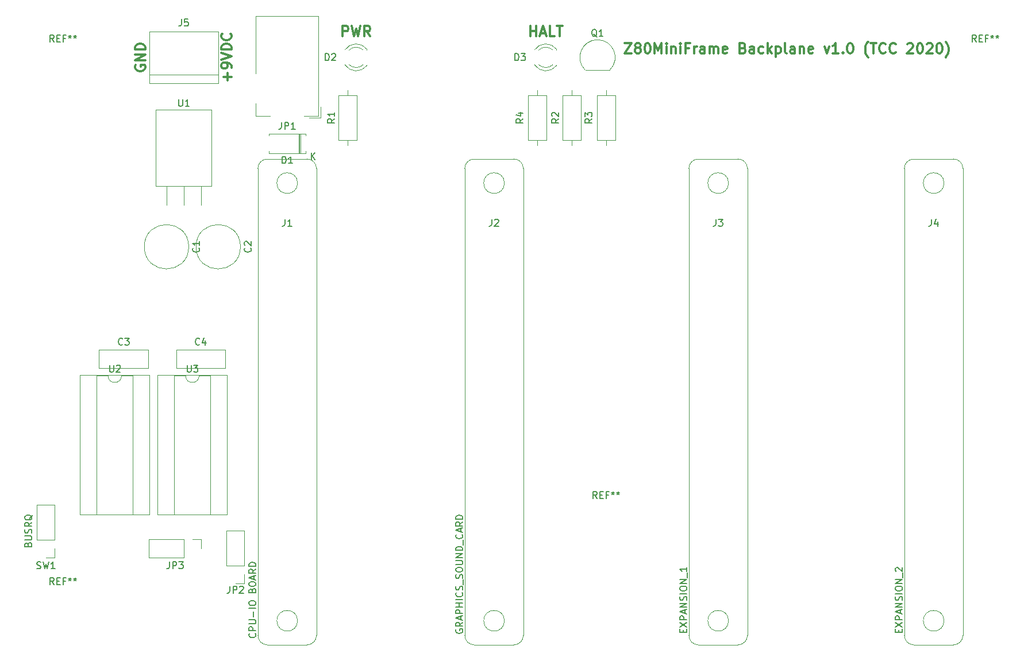
<source format=gbr>
G04 #@! TF.GenerationSoftware,KiCad,Pcbnew,(5.1.4)-1*
G04 #@! TF.CreationDate,2020-01-21T02:52:09+01:00*
G04 #@! TF.ProjectId,Z80Backplane,5a383042-6163-46b7-906c-616e652e6b69,rev?*
G04 #@! TF.SameCoordinates,Original*
G04 #@! TF.FileFunction,Legend,Top*
G04 #@! TF.FilePolarity,Positive*
%FSLAX46Y46*%
G04 Gerber Fmt 4.6, Leading zero omitted, Abs format (unit mm)*
G04 Created by KiCad (PCBNEW (5.1.4)-1) date 2020-01-21 02:52:09*
%MOMM*%
%LPD*%
G04 APERTURE LIST*
%ADD10C,0.300000*%
%ADD11C,0.150000*%
%ADD12C,0.120000*%
G04 APERTURE END LIST*
D10*
X58527142Y-38988571D02*
X58527142Y-37845714D01*
X59098571Y-38417142D02*
X57955714Y-38417142D01*
X59098571Y-37060000D02*
X59098571Y-36774285D01*
X59027142Y-36631428D01*
X58955714Y-36560000D01*
X58741428Y-36417142D01*
X58455714Y-36345714D01*
X57884285Y-36345714D01*
X57741428Y-36417142D01*
X57670000Y-36488571D01*
X57598571Y-36631428D01*
X57598571Y-36917142D01*
X57670000Y-37060000D01*
X57741428Y-37131428D01*
X57884285Y-37202857D01*
X58241428Y-37202857D01*
X58384285Y-37131428D01*
X58455714Y-37060000D01*
X58527142Y-36917142D01*
X58527142Y-36631428D01*
X58455714Y-36488571D01*
X58384285Y-36417142D01*
X58241428Y-36345714D01*
X57598571Y-35917142D02*
X59098571Y-35417142D01*
X57598571Y-34917142D01*
X59098571Y-34417142D02*
X57598571Y-34417142D01*
X57598571Y-34060000D01*
X57670000Y-33845714D01*
X57812857Y-33702857D01*
X57955714Y-33631428D01*
X58241428Y-33560000D01*
X58455714Y-33560000D01*
X58741428Y-33631428D01*
X58884285Y-33702857D01*
X59027142Y-33845714D01*
X59098571Y-34060000D01*
X59098571Y-34417142D01*
X58955714Y-32060000D02*
X59027142Y-32131428D01*
X59098571Y-32345714D01*
X59098571Y-32488571D01*
X59027142Y-32702857D01*
X58884285Y-32845714D01*
X58741428Y-32917142D01*
X58455714Y-32988571D01*
X58241428Y-32988571D01*
X57955714Y-32917142D01*
X57812857Y-32845714D01*
X57670000Y-32702857D01*
X57598571Y-32488571D01*
X57598571Y-32345714D01*
X57670000Y-32131428D01*
X57741428Y-32060000D01*
X44970000Y-36702857D02*
X44898571Y-36845714D01*
X44898571Y-37060000D01*
X44970000Y-37274285D01*
X45112857Y-37417142D01*
X45255714Y-37488571D01*
X45541428Y-37560000D01*
X45755714Y-37560000D01*
X46041428Y-37488571D01*
X46184285Y-37417142D01*
X46327142Y-37274285D01*
X46398571Y-37060000D01*
X46398571Y-36917142D01*
X46327142Y-36702857D01*
X46255714Y-36631428D01*
X45755714Y-36631428D01*
X45755714Y-36917142D01*
X46398571Y-35988571D02*
X44898571Y-35988571D01*
X46398571Y-35131428D01*
X44898571Y-35131428D01*
X46398571Y-34417142D02*
X44898571Y-34417142D01*
X44898571Y-34060000D01*
X44970000Y-33845714D01*
X45112857Y-33702857D01*
X45255714Y-33631428D01*
X45541428Y-33560000D01*
X45755714Y-33560000D01*
X46041428Y-33631428D01*
X46184285Y-33702857D01*
X46327142Y-33845714D01*
X46398571Y-34060000D01*
X46398571Y-34417142D01*
D11*
X29138571Y-107362380D02*
X29186190Y-107219523D01*
X29233809Y-107171904D01*
X29329047Y-107124285D01*
X29471904Y-107124285D01*
X29567142Y-107171904D01*
X29614761Y-107219523D01*
X29662380Y-107314761D01*
X29662380Y-107695714D01*
X28662380Y-107695714D01*
X28662380Y-107362380D01*
X28710000Y-107267142D01*
X28757619Y-107219523D01*
X28852857Y-107171904D01*
X28948095Y-107171904D01*
X29043333Y-107219523D01*
X29090952Y-107267142D01*
X29138571Y-107362380D01*
X29138571Y-107695714D01*
X28662380Y-106695714D02*
X29471904Y-106695714D01*
X29567142Y-106648095D01*
X29614761Y-106600476D01*
X29662380Y-106505238D01*
X29662380Y-106314761D01*
X29614761Y-106219523D01*
X29567142Y-106171904D01*
X29471904Y-106124285D01*
X28662380Y-106124285D01*
X29614761Y-105695714D02*
X29662380Y-105552857D01*
X29662380Y-105314761D01*
X29614761Y-105219523D01*
X29567142Y-105171904D01*
X29471904Y-105124285D01*
X29376666Y-105124285D01*
X29281428Y-105171904D01*
X29233809Y-105219523D01*
X29186190Y-105314761D01*
X29138571Y-105505238D01*
X29090952Y-105600476D01*
X29043333Y-105648095D01*
X28948095Y-105695714D01*
X28852857Y-105695714D01*
X28757619Y-105648095D01*
X28710000Y-105600476D01*
X28662380Y-105505238D01*
X28662380Y-105267142D01*
X28710000Y-105124285D01*
X29662380Y-104124285D02*
X29186190Y-104457619D01*
X29662380Y-104695714D02*
X28662380Y-104695714D01*
X28662380Y-104314761D01*
X28710000Y-104219523D01*
X28757619Y-104171904D01*
X28852857Y-104124285D01*
X28995714Y-104124285D01*
X29090952Y-104171904D01*
X29138571Y-104219523D01*
X29186190Y-104314761D01*
X29186190Y-104695714D01*
X29757619Y-103029047D02*
X29710000Y-103124285D01*
X29614761Y-103219523D01*
X29471904Y-103362380D01*
X29424285Y-103457619D01*
X29424285Y-103552857D01*
X29662380Y-103505238D02*
X29614761Y-103600476D01*
X29519523Y-103695714D01*
X29329047Y-103743333D01*
X28995714Y-103743333D01*
X28805238Y-103695714D01*
X28710000Y-103600476D01*
X28662380Y-103505238D01*
X28662380Y-103314761D01*
X28710000Y-103219523D01*
X28805238Y-103124285D01*
X28995714Y-103076666D01*
X29329047Y-103076666D01*
X29519523Y-103124285D01*
X29614761Y-103219523D01*
X29662380Y-103314761D01*
X29662380Y-103505238D01*
D10*
X117041428Y-33468571D02*
X118041428Y-33468571D01*
X117041428Y-34968571D01*
X118041428Y-34968571D01*
X118827142Y-34111428D02*
X118684285Y-34040000D01*
X118612857Y-33968571D01*
X118541428Y-33825714D01*
X118541428Y-33754285D01*
X118612857Y-33611428D01*
X118684285Y-33540000D01*
X118827142Y-33468571D01*
X119112857Y-33468571D01*
X119255714Y-33540000D01*
X119327142Y-33611428D01*
X119398571Y-33754285D01*
X119398571Y-33825714D01*
X119327142Y-33968571D01*
X119255714Y-34040000D01*
X119112857Y-34111428D01*
X118827142Y-34111428D01*
X118684285Y-34182857D01*
X118612857Y-34254285D01*
X118541428Y-34397142D01*
X118541428Y-34682857D01*
X118612857Y-34825714D01*
X118684285Y-34897142D01*
X118827142Y-34968571D01*
X119112857Y-34968571D01*
X119255714Y-34897142D01*
X119327142Y-34825714D01*
X119398571Y-34682857D01*
X119398571Y-34397142D01*
X119327142Y-34254285D01*
X119255714Y-34182857D01*
X119112857Y-34111428D01*
X120327142Y-33468571D02*
X120470000Y-33468571D01*
X120612857Y-33540000D01*
X120684285Y-33611428D01*
X120755714Y-33754285D01*
X120827142Y-34040000D01*
X120827142Y-34397142D01*
X120755714Y-34682857D01*
X120684285Y-34825714D01*
X120612857Y-34897142D01*
X120470000Y-34968571D01*
X120327142Y-34968571D01*
X120184285Y-34897142D01*
X120112857Y-34825714D01*
X120041428Y-34682857D01*
X119970000Y-34397142D01*
X119970000Y-34040000D01*
X120041428Y-33754285D01*
X120112857Y-33611428D01*
X120184285Y-33540000D01*
X120327142Y-33468571D01*
X121470000Y-34968571D02*
X121470000Y-33468571D01*
X121970000Y-34540000D01*
X122470000Y-33468571D01*
X122470000Y-34968571D01*
X123184285Y-34968571D02*
X123184285Y-33968571D01*
X123184285Y-33468571D02*
X123112857Y-33540000D01*
X123184285Y-33611428D01*
X123255714Y-33540000D01*
X123184285Y-33468571D01*
X123184285Y-33611428D01*
X123898571Y-33968571D02*
X123898571Y-34968571D01*
X123898571Y-34111428D02*
X123970000Y-34040000D01*
X124112857Y-33968571D01*
X124327142Y-33968571D01*
X124470000Y-34040000D01*
X124541428Y-34182857D01*
X124541428Y-34968571D01*
X125255714Y-34968571D02*
X125255714Y-33968571D01*
X125255714Y-33468571D02*
X125184285Y-33540000D01*
X125255714Y-33611428D01*
X125327142Y-33540000D01*
X125255714Y-33468571D01*
X125255714Y-33611428D01*
X126470000Y-34182857D02*
X125970000Y-34182857D01*
X125970000Y-34968571D02*
X125970000Y-33468571D01*
X126684285Y-33468571D01*
X127255714Y-34968571D02*
X127255714Y-33968571D01*
X127255714Y-34254285D02*
X127327142Y-34111428D01*
X127398571Y-34040000D01*
X127541428Y-33968571D01*
X127684285Y-33968571D01*
X128827142Y-34968571D02*
X128827142Y-34182857D01*
X128755714Y-34040000D01*
X128612857Y-33968571D01*
X128327142Y-33968571D01*
X128184285Y-34040000D01*
X128827142Y-34897142D02*
X128684285Y-34968571D01*
X128327142Y-34968571D01*
X128184285Y-34897142D01*
X128112857Y-34754285D01*
X128112857Y-34611428D01*
X128184285Y-34468571D01*
X128327142Y-34397142D01*
X128684285Y-34397142D01*
X128827142Y-34325714D01*
X129541428Y-34968571D02*
X129541428Y-33968571D01*
X129541428Y-34111428D02*
X129612857Y-34040000D01*
X129755714Y-33968571D01*
X129970000Y-33968571D01*
X130112857Y-34040000D01*
X130184285Y-34182857D01*
X130184285Y-34968571D01*
X130184285Y-34182857D02*
X130255714Y-34040000D01*
X130398571Y-33968571D01*
X130612857Y-33968571D01*
X130755714Y-34040000D01*
X130827142Y-34182857D01*
X130827142Y-34968571D01*
X132112857Y-34897142D02*
X131970000Y-34968571D01*
X131684285Y-34968571D01*
X131541428Y-34897142D01*
X131470000Y-34754285D01*
X131470000Y-34182857D01*
X131541428Y-34040000D01*
X131684285Y-33968571D01*
X131970000Y-33968571D01*
X132112857Y-34040000D01*
X132184285Y-34182857D01*
X132184285Y-34325714D01*
X131470000Y-34468571D01*
X134470000Y-34182857D02*
X134684285Y-34254285D01*
X134755714Y-34325714D01*
X134827142Y-34468571D01*
X134827142Y-34682857D01*
X134755714Y-34825714D01*
X134684285Y-34897142D01*
X134541428Y-34968571D01*
X133970000Y-34968571D01*
X133970000Y-33468571D01*
X134470000Y-33468571D01*
X134612857Y-33540000D01*
X134684285Y-33611428D01*
X134755714Y-33754285D01*
X134755714Y-33897142D01*
X134684285Y-34040000D01*
X134612857Y-34111428D01*
X134470000Y-34182857D01*
X133970000Y-34182857D01*
X136112857Y-34968571D02*
X136112857Y-34182857D01*
X136041428Y-34040000D01*
X135898571Y-33968571D01*
X135612857Y-33968571D01*
X135470000Y-34040000D01*
X136112857Y-34897142D02*
X135970000Y-34968571D01*
X135612857Y-34968571D01*
X135470000Y-34897142D01*
X135398571Y-34754285D01*
X135398571Y-34611428D01*
X135470000Y-34468571D01*
X135612857Y-34397142D01*
X135970000Y-34397142D01*
X136112857Y-34325714D01*
X137470000Y-34897142D02*
X137327142Y-34968571D01*
X137041428Y-34968571D01*
X136898571Y-34897142D01*
X136827142Y-34825714D01*
X136755714Y-34682857D01*
X136755714Y-34254285D01*
X136827142Y-34111428D01*
X136898571Y-34040000D01*
X137041428Y-33968571D01*
X137327142Y-33968571D01*
X137470000Y-34040000D01*
X138112857Y-34968571D02*
X138112857Y-33468571D01*
X138255714Y-34397142D02*
X138684285Y-34968571D01*
X138684285Y-33968571D02*
X138112857Y-34540000D01*
X139327142Y-33968571D02*
X139327142Y-35468571D01*
X139327142Y-34040000D02*
X139470000Y-33968571D01*
X139755714Y-33968571D01*
X139898571Y-34040000D01*
X139970000Y-34111428D01*
X140041428Y-34254285D01*
X140041428Y-34682857D01*
X139970000Y-34825714D01*
X139898571Y-34897142D01*
X139755714Y-34968571D01*
X139470000Y-34968571D01*
X139327142Y-34897142D01*
X140898571Y-34968571D02*
X140755714Y-34897142D01*
X140684285Y-34754285D01*
X140684285Y-33468571D01*
X142112857Y-34968571D02*
X142112857Y-34182857D01*
X142041428Y-34040000D01*
X141898571Y-33968571D01*
X141612857Y-33968571D01*
X141470000Y-34040000D01*
X142112857Y-34897142D02*
X141970000Y-34968571D01*
X141612857Y-34968571D01*
X141470000Y-34897142D01*
X141398571Y-34754285D01*
X141398571Y-34611428D01*
X141470000Y-34468571D01*
X141612857Y-34397142D01*
X141970000Y-34397142D01*
X142112857Y-34325714D01*
X142827142Y-33968571D02*
X142827142Y-34968571D01*
X142827142Y-34111428D02*
X142898571Y-34040000D01*
X143041428Y-33968571D01*
X143255714Y-33968571D01*
X143398571Y-34040000D01*
X143470000Y-34182857D01*
X143470000Y-34968571D01*
X144755714Y-34897142D02*
X144612857Y-34968571D01*
X144327142Y-34968571D01*
X144184285Y-34897142D01*
X144112857Y-34754285D01*
X144112857Y-34182857D01*
X144184285Y-34040000D01*
X144327142Y-33968571D01*
X144612857Y-33968571D01*
X144755714Y-34040000D01*
X144827142Y-34182857D01*
X144827142Y-34325714D01*
X144112857Y-34468571D01*
X146470000Y-33968571D02*
X146827142Y-34968571D01*
X147184285Y-33968571D01*
X148541428Y-34968571D02*
X147684285Y-34968571D01*
X148112857Y-34968571D02*
X148112857Y-33468571D01*
X147970000Y-33682857D01*
X147827142Y-33825714D01*
X147684285Y-33897142D01*
X149184285Y-34825714D02*
X149255714Y-34897142D01*
X149184285Y-34968571D01*
X149112857Y-34897142D01*
X149184285Y-34825714D01*
X149184285Y-34968571D01*
X150184285Y-33468571D02*
X150327142Y-33468571D01*
X150470000Y-33540000D01*
X150541428Y-33611428D01*
X150612857Y-33754285D01*
X150684285Y-34040000D01*
X150684285Y-34397142D01*
X150612857Y-34682857D01*
X150541428Y-34825714D01*
X150470000Y-34897142D01*
X150327142Y-34968571D01*
X150184285Y-34968571D01*
X150041428Y-34897142D01*
X149970000Y-34825714D01*
X149898571Y-34682857D01*
X149827142Y-34397142D01*
X149827142Y-34040000D01*
X149898571Y-33754285D01*
X149970000Y-33611428D01*
X150041428Y-33540000D01*
X150184285Y-33468571D01*
X152898571Y-35540000D02*
X152827142Y-35468571D01*
X152684285Y-35254285D01*
X152612857Y-35111428D01*
X152541428Y-34897142D01*
X152470000Y-34540000D01*
X152470000Y-34254285D01*
X152541428Y-33897142D01*
X152612857Y-33682857D01*
X152684285Y-33540000D01*
X152827142Y-33325714D01*
X152898571Y-33254285D01*
X153255714Y-33468571D02*
X154112857Y-33468571D01*
X153684285Y-34968571D02*
X153684285Y-33468571D01*
X155470000Y-34825714D02*
X155398571Y-34897142D01*
X155184285Y-34968571D01*
X155041428Y-34968571D01*
X154827142Y-34897142D01*
X154684285Y-34754285D01*
X154612857Y-34611428D01*
X154541428Y-34325714D01*
X154541428Y-34111428D01*
X154612857Y-33825714D01*
X154684285Y-33682857D01*
X154827142Y-33540000D01*
X155041428Y-33468571D01*
X155184285Y-33468571D01*
X155398571Y-33540000D01*
X155470000Y-33611428D01*
X156970000Y-34825714D02*
X156898571Y-34897142D01*
X156684285Y-34968571D01*
X156541428Y-34968571D01*
X156327142Y-34897142D01*
X156184285Y-34754285D01*
X156112857Y-34611428D01*
X156041428Y-34325714D01*
X156041428Y-34111428D01*
X156112857Y-33825714D01*
X156184285Y-33682857D01*
X156327142Y-33540000D01*
X156541428Y-33468571D01*
X156684285Y-33468571D01*
X156898571Y-33540000D01*
X156970000Y-33611428D01*
X158684285Y-33611428D02*
X158755714Y-33540000D01*
X158898571Y-33468571D01*
X159255714Y-33468571D01*
X159398571Y-33540000D01*
X159470000Y-33611428D01*
X159541428Y-33754285D01*
X159541428Y-33897142D01*
X159470000Y-34111428D01*
X158612857Y-34968571D01*
X159541428Y-34968571D01*
X160470000Y-33468571D02*
X160612857Y-33468571D01*
X160755714Y-33540000D01*
X160827142Y-33611428D01*
X160898571Y-33754285D01*
X160970000Y-34040000D01*
X160970000Y-34397142D01*
X160898571Y-34682857D01*
X160827142Y-34825714D01*
X160755714Y-34897142D01*
X160612857Y-34968571D01*
X160470000Y-34968571D01*
X160327142Y-34897142D01*
X160255714Y-34825714D01*
X160184285Y-34682857D01*
X160112857Y-34397142D01*
X160112857Y-34040000D01*
X160184285Y-33754285D01*
X160255714Y-33611428D01*
X160327142Y-33540000D01*
X160470000Y-33468571D01*
X161541428Y-33611428D02*
X161612857Y-33540000D01*
X161755714Y-33468571D01*
X162112857Y-33468571D01*
X162255714Y-33540000D01*
X162327142Y-33611428D01*
X162398571Y-33754285D01*
X162398571Y-33897142D01*
X162327142Y-34111428D01*
X161470000Y-34968571D01*
X162398571Y-34968571D01*
X163327142Y-33468571D02*
X163469999Y-33468571D01*
X163612857Y-33540000D01*
X163684285Y-33611428D01*
X163755714Y-33754285D01*
X163827142Y-34040000D01*
X163827142Y-34397142D01*
X163755714Y-34682857D01*
X163684285Y-34825714D01*
X163612857Y-34897142D01*
X163469999Y-34968571D01*
X163327142Y-34968571D01*
X163184285Y-34897142D01*
X163112857Y-34825714D01*
X163041428Y-34682857D01*
X162969999Y-34397142D01*
X162969999Y-34040000D01*
X163041428Y-33754285D01*
X163112857Y-33611428D01*
X163184285Y-33540000D01*
X163327142Y-33468571D01*
X164327142Y-35540000D02*
X164398571Y-35468571D01*
X164541428Y-35254285D01*
X164612857Y-35111428D01*
X164684285Y-34897142D01*
X164755714Y-34540000D01*
X164755714Y-34254285D01*
X164684285Y-33897142D01*
X164612857Y-33682857D01*
X164541428Y-33540000D01*
X164398571Y-33325714D01*
X164327142Y-33254285D01*
X103160000Y-32428571D02*
X103160000Y-30928571D01*
X103160000Y-31642857D02*
X104017142Y-31642857D01*
X104017142Y-32428571D02*
X104017142Y-30928571D01*
X104660000Y-32000000D02*
X105374285Y-32000000D01*
X104517142Y-32428571D02*
X105017142Y-30928571D01*
X105517142Y-32428571D01*
X106731428Y-32428571D02*
X106017142Y-32428571D01*
X106017142Y-30928571D01*
X107017142Y-30928571D02*
X107874285Y-30928571D01*
X107445714Y-32428571D02*
X107445714Y-30928571D01*
X75470000Y-32428571D02*
X75470000Y-30928571D01*
X76041428Y-30928571D01*
X76184285Y-31000000D01*
X76255714Y-31071428D01*
X76327142Y-31214285D01*
X76327142Y-31428571D01*
X76255714Y-31571428D01*
X76184285Y-31642857D01*
X76041428Y-31714285D01*
X75470000Y-31714285D01*
X76827142Y-30928571D02*
X77184285Y-32428571D01*
X77470000Y-31357142D01*
X77755714Y-32428571D01*
X78112857Y-30928571D01*
X79541428Y-32428571D02*
X79041428Y-31714285D01*
X78684285Y-32428571D02*
X78684285Y-30928571D01*
X79255714Y-30928571D01*
X79398571Y-31000000D01*
X79470000Y-31071428D01*
X79541428Y-31214285D01*
X79541428Y-31428571D01*
X79470000Y-31571428D01*
X79398571Y-31642857D01*
X79255714Y-31714285D01*
X78684285Y-31714285D01*
D12*
X46990000Y-39370000D02*
X57150000Y-39370000D01*
X46990000Y-31750000D02*
X46990000Y-39370000D01*
X57150000Y-31750000D02*
X46990000Y-31750000D01*
X57150000Y-39370000D02*
X57150000Y-31750000D01*
X57150000Y-38100000D02*
X46990000Y-38100000D01*
X104140000Y-48490000D02*
X104140000Y-47720000D01*
X104140000Y-40410000D02*
X104140000Y-41180000D01*
X105510000Y-47720000D02*
X105510000Y-41180000D01*
X102770000Y-47720000D02*
X105510000Y-47720000D01*
X102770000Y-41180000D02*
X102770000Y-47720000D01*
X105510000Y-41180000D02*
X102770000Y-41180000D01*
X54670000Y-106620000D02*
X54670000Y-107950000D01*
X53340000Y-106620000D02*
X54670000Y-106620000D01*
X52070000Y-106620000D02*
X52070000Y-109280000D01*
X52070000Y-109280000D02*
X46930000Y-109280000D01*
X52070000Y-106620000D02*
X46930000Y-106620000D01*
X46930000Y-106620000D02*
X46930000Y-109280000D01*
X61020000Y-113090000D02*
X59690000Y-113090000D01*
X61020000Y-111760000D02*
X61020000Y-113090000D01*
X61020000Y-110490000D02*
X58360000Y-110490000D01*
X58360000Y-110490000D02*
X58360000Y-105350000D01*
X61020000Y-110490000D02*
X61020000Y-105350000D01*
X61020000Y-105350000D02*
X58360000Y-105350000D01*
X60420000Y-63480000D02*
G75*
G03X60420000Y-63480000I-3270000J0D01*
G01*
X52800000Y-63480000D02*
G75*
G03X52800000Y-63480000I-3270000J0D01*
G01*
X54610000Y-54540000D02*
X54610000Y-57354000D01*
X52070000Y-54540000D02*
X52070000Y-57354000D01*
X49530000Y-54540000D02*
X49530000Y-57370000D01*
X56190000Y-43300000D02*
X56190000Y-54540000D01*
X47950000Y-43300000D02*
X47950000Y-54540000D01*
X47950000Y-43300000D02*
X56190000Y-43300000D01*
X47950000Y-54540000D02*
X56190000Y-54540000D01*
X76200000Y-40410000D02*
X76200000Y-41180000D01*
X76200000Y-48490000D02*
X76200000Y-47720000D01*
X74830000Y-41180000D02*
X74830000Y-47720000D01*
X77570000Y-41180000D02*
X74830000Y-41180000D01*
X77570000Y-47720000D02*
X77570000Y-41180000D01*
X74830000Y-47720000D02*
X77570000Y-47720000D01*
X58190000Y-78640000D02*
X58190000Y-81380000D01*
X50950000Y-78640000D02*
X50950000Y-81380000D01*
X50950000Y-81380000D02*
X58190000Y-81380000D01*
X50950000Y-78640000D02*
X58190000Y-78640000D01*
X46840000Y-78640000D02*
X46840000Y-81380000D01*
X39600000Y-78640000D02*
X39600000Y-81380000D01*
X39600000Y-81380000D02*
X46840000Y-81380000D01*
X39600000Y-78640000D02*
X46840000Y-78640000D01*
X114300000Y-48490000D02*
X114300000Y-47720000D01*
X114300000Y-40410000D02*
X114300000Y-41180000D01*
X115670000Y-47720000D02*
X115670000Y-41180000D01*
X112930000Y-47720000D02*
X115670000Y-47720000D01*
X112930000Y-41180000D02*
X112930000Y-47720000D01*
X115670000Y-41180000D02*
X112930000Y-41180000D01*
X109220000Y-40410000D02*
X109220000Y-41180000D01*
X109220000Y-48490000D02*
X109220000Y-47720000D01*
X107850000Y-41180000D02*
X107850000Y-47720000D01*
X110590000Y-41180000D02*
X107850000Y-41180000D01*
X110590000Y-47720000D02*
X110590000Y-41180000D01*
X107850000Y-47720000D02*
X110590000Y-47720000D01*
X114868478Y-37398478D02*
G75*
G03X113030000Y-32960000I-1838478J1838478D01*
G01*
X111191522Y-37398478D02*
G75*
G02X113030000Y-32960000I1838478J1838478D01*
G01*
X111230000Y-37410000D02*
X114830000Y-37410000D01*
X106970000Y-34480000D02*
X106970000Y-34324000D01*
X106970000Y-36796000D02*
X106970000Y-36640000D01*
X104368870Y-34480163D02*
G75*
G02X106450961Y-34480000I1041130J-1079837D01*
G01*
X104368870Y-36639837D02*
G75*
G03X106450961Y-36640000I1041130J1079837D01*
G01*
X103737665Y-34481392D02*
G75*
G02X106970000Y-34324484I1672335J-1078608D01*
G01*
X103737665Y-36638608D02*
G75*
G03X106970000Y-36795516I1672335J1078608D01*
G01*
X33080000Y-109280000D02*
X31750000Y-109280000D01*
X33080000Y-107950000D02*
X33080000Y-109280000D01*
X33080000Y-106680000D02*
X30420000Y-106680000D01*
X30420000Y-106680000D02*
X30420000Y-101540000D01*
X33080000Y-106680000D02*
X33080000Y-101540000D01*
X33080000Y-101540000D02*
X30420000Y-101540000D01*
X58480000Y-82430000D02*
X48200000Y-82430000D01*
X58480000Y-102990000D02*
X58480000Y-82430000D01*
X48200000Y-102990000D02*
X58480000Y-102990000D01*
X48200000Y-82430000D02*
X48200000Y-102990000D01*
X55990000Y-82490000D02*
X54340000Y-82490000D01*
X55990000Y-102930000D02*
X55990000Y-82490000D01*
X50690000Y-102930000D02*
X55990000Y-102930000D01*
X50690000Y-82490000D02*
X50690000Y-102930000D01*
X52340000Y-82490000D02*
X50690000Y-82490000D01*
X54340000Y-82490000D02*
G75*
G02X52340000Y-82490000I-1000000J0D01*
G01*
X47050000Y-82430000D02*
X36770000Y-82430000D01*
X47050000Y-102990000D02*
X47050000Y-82430000D01*
X36770000Y-102990000D02*
X47050000Y-102990000D01*
X36770000Y-82430000D02*
X36770000Y-102990000D01*
X44560000Y-82490000D02*
X42910000Y-82490000D01*
X44560000Y-102930000D02*
X44560000Y-82490000D01*
X39260000Y-102930000D02*
X44560000Y-102930000D01*
X39260000Y-82490000D02*
X39260000Y-102930000D01*
X40910000Y-82490000D02*
X39260000Y-82490000D01*
X42910000Y-82490000D02*
G75*
G02X40910000Y-82490000I-1000000J0D01*
G01*
X164089283Y-118623283D02*
G75*
G03X164089283Y-118623283I-1529283J0D01*
G01*
X159639000Y-122174000D02*
G75*
G02X158242000Y-120777000I0J1397000D01*
G01*
X165481000Y-122174000D02*
X159639000Y-122174000D01*
X166878000Y-120777000D02*
G75*
G02X165481000Y-122174000I-1397000J0D01*
G01*
X159639000Y-50546000D02*
X165481000Y-50546000D01*
X158242000Y-51943000D02*
G75*
G02X159639000Y-50546000I1397000J0D01*
G01*
X165481000Y-50546000D02*
G75*
G02X166878000Y-51943000I0J-1397000D01*
G01*
X164089283Y-54096717D02*
G75*
G03X164089283Y-54096717I-1529283J0D01*
G01*
X166878000Y-120777000D02*
X166878000Y-51943000D01*
X158242000Y-51943000D02*
X158242000Y-120777000D01*
X132339283Y-118623283D02*
G75*
G03X132339283Y-118623283I-1529283J0D01*
G01*
X127889000Y-122174000D02*
G75*
G02X126492000Y-120777000I0J1397000D01*
G01*
X133731000Y-122174000D02*
X127889000Y-122174000D01*
X135128000Y-120777000D02*
G75*
G02X133731000Y-122174000I-1397000J0D01*
G01*
X127889000Y-50546000D02*
X133731000Y-50546000D01*
X126492000Y-51943000D02*
G75*
G02X127889000Y-50546000I1397000J0D01*
G01*
X133731000Y-50546000D02*
G75*
G02X135128000Y-51943000I0J-1397000D01*
G01*
X132339283Y-54096717D02*
G75*
G03X132339283Y-54096717I-1529283J0D01*
G01*
X135128000Y-120777000D02*
X135128000Y-51943000D01*
X126492000Y-51943000D02*
X126492000Y-120777000D01*
X99319283Y-118623283D02*
G75*
G03X99319283Y-118623283I-1529283J0D01*
G01*
X94869000Y-122174000D02*
G75*
G02X93472000Y-120777000I0J1397000D01*
G01*
X100711000Y-122174000D02*
X94869000Y-122174000D01*
X102108000Y-120777000D02*
G75*
G02X100711000Y-122174000I-1397000J0D01*
G01*
X94869000Y-50546000D02*
X100711000Y-50546000D01*
X93472000Y-51943000D02*
G75*
G02X94869000Y-50546000I1397000J0D01*
G01*
X100711000Y-50546000D02*
G75*
G02X102108000Y-51943000I0J-1397000D01*
G01*
X99319283Y-54096717D02*
G75*
G03X99319283Y-54096717I-1529283J0D01*
G01*
X102108000Y-120777000D02*
X102108000Y-51943000D01*
X93472000Y-51943000D02*
X93472000Y-120777000D01*
X68839283Y-118623283D02*
G75*
G03X68839283Y-118623283I-1529283J0D01*
G01*
X64389000Y-122174000D02*
G75*
G02X62992000Y-120777000I0J1397000D01*
G01*
X70231000Y-122174000D02*
X64389000Y-122174000D01*
X71628000Y-120777000D02*
G75*
G02X70231000Y-122174000I-1397000J0D01*
G01*
X64389000Y-50546000D02*
X70231000Y-50546000D01*
X62992000Y-51943000D02*
G75*
G02X64389000Y-50546000I1397000J0D01*
G01*
X70231000Y-50546000D02*
G75*
G02X71628000Y-51943000I0J-1397000D01*
G01*
X68839283Y-54096717D02*
G75*
G03X68839283Y-54096717I-1529283J0D01*
G01*
X71628000Y-120777000D02*
X71628000Y-51943000D01*
X62992000Y-51943000D02*
X62992000Y-120777000D01*
X79030000Y-34480000D02*
X79030000Y-34324000D01*
X79030000Y-36796000D02*
X79030000Y-36640000D01*
X76428870Y-34480163D02*
G75*
G02X78510961Y-34480000I1041130J-1079837D01*
G01*
X76428870Y-36639837D02*
G75*
G03X78510961Y-36640000I1041130J1079837D01*
G01*
X75797665Y-34481392D02*
G75*
G02X79030000Y-34324484I1672335J-1078608D01*
G01*
X75797665Y-36638608D02*
G75*
G03X79030000Y-36795516I1672335J1078608D01*
G01*
X69250000Y-49730000D02*
X69250000Y-46790000D01*
X69010000Y-49730000D02*
X69010000Y-46790000D01*
X69130000Y-49730000D02*
X69130000Y-46790000D01*
X64590000Y-46790000D02*
X64590000Y-47120000D01*
X70030000Y-46790000D02*
X64590000Y-46790000D01*
X70030000Y-47120000D02*
X70030000Y-46790000D01*
X64590000Y-49730000D02*
X64590000Y-49400000D01*
X70030000Y-49730000D02*
X64590000Y-49730000D01*
X70030000Y-49400000D02*
X70030000Y-49730000D01*
X71910000Y-44180000D02*
X69810000Y-44180000D01*
X72210000Y-44480000D02*
X72210000Y-42880000D01*
X70510000Y-44480000D02*
X72210000Y-44480000D01*
X62710000Y-44180000D02*
X62710000Y-42380000D01*
X64810000Y-44180000D02*
X62710000Y-44180000D01*
X71910000Y-29480000D02*
X71910000Y-44180000D01*
X62710000Y-29480000D02*
X71910000Y-29480000D01*
X62710000Y-37980000D02*
X62710000Y-29480000D01*
D11*
X51736666Y-29932380D02*
X51736666Y-30646666D01*
X51689047Y-30789523D01*
X51593809Y-30884761D01*
X51450952Y-30932380D01*
X51355714Y-30932380D01*
X52689047Y-29932380D02*
X52212857Y-29932380D01*
X52165238Y-30408571D01*
X52212857Y-30360952D01*
X52308095Y-30313333D01*
X52546190Y-30313333D01*
X52641428Y-30360952D01*
X52689047Y-30408571D01*
X52736666Y-30503809D01*
X52736666Y-30741904D01*
X52689047Y-30837142D01*
X52641428Y-30884761D01*
X52546190Y-30932380D01*
X52308095Y-30932380D01*
X52212857Y-30884761D01*
X52165238Y-30837142D01*
X102052380Y-44616666D02*
X101576190Y-44950000D01*
X102052380Y-45188095D02*
X101052380Y-45188095D01*
X101052380Y-44807142D01*
X101100000Y-44711904D01*
X101147619Y-44664285D01*
X101242857Y-44616666D01*
X101385714Y-44616666D01*
X101480952Y-44664285D01*
X101528571Y-44711904D01*
X101576190Y-44807142D01*
X101576190Y-45188095D01*
X101385714Y-43759523D02*
X102052380Y-43759523D01*
X101004761Y-43997619D02*
X101719047Y-44235714D01*
X101719047Y-43616666D01*
X49966666Y-109942380D02*
X49966666Y-110656666D01*
X49919047Y-110799523D01*
X49823809Y-110894761D01*
X49680952Y-110942380D01*
X49585714Y-110942380D01*
X50442857Y-110942380D02*
X50442857Y-109942380D01*
X50823809Y-109942380D01*
X50919047Y-109990000D01*
X50966666Y-110037619D01*
X51014285Y-110132857D01*
X51014285Y-110275714D01*
X50966666Y-110370952D01*
X50919047Y-110418571D01*
X50823809Y-110466190D01*
X50442857Y-110466190D01*
X51347619Y-109942380D02*
X51966666Y-109942380D01*
X51633333Y-110323333D01*
X51776190Y-110323333D01*
X51871428Y-110370952D01*
X51919047Y-110418571D01*
X51966666Y-110513809D01*
X51966666Y-110751904D01*
X51919047Y-110847142D01*
X51871428Y-110894761D01*
X51776190Y-110942380D01*
X51490476Y-110942380D01*
X51395238Y-110894761D01*
X51347619Y-110847142D01*
X58856666Y-113542380D02*
X58856666Y-114256666D01*
X58809047Y-114399523D01*
X58713809Y-114494761D01*
X58570952Y-114542380D01*
X58475714Y-114542380D01*
X59332857Y-114542380D02*
X59332857Y-113542380D01*
X59713809Y-113542380D01*
X59809047Y-113590000D01*
X59856666Y-113637619D01*
X59904285Y-113732857D01*
X59904285Y-113875714D01*
X59856666Y-113970952D01*
X59809047Y-114018571D01*
X59713809Y-114066190D01*
X59332857Y-114066190D01*
X60285238Y-113637619D02*
X60332857Y-113590000D01*
X60428095Y-113542380D01*
X60666190Y-113542380D01*
X60761428Y-113590000D01*
X60809047Y-113637619D01*
X60856666Y-113732857D01*
X60856666Y-113828095D01*
X60809047Y-113970952D01*
X60237619Y-114542380D01*
X60856666Y-114542380D01*
X61907142Y-63646666D02*
X61954761Y-63694285D01*
X62002380Y-63837142D01*
X62002380Y-63932380D01*
X61954761Y-64075238D01*
X61859523Y-64170476D01*
X61764285Y-64218095D01*
X61573809Y-64265714D01*
X61430952Y-64265714D01*
X61240476Y-64218095D01*
X61145238Y-64170476D01*
X61050000Y-64075238D01*
X61002380Y-63932380D01*
X61002380Y-63837142D01*
X61050000Y-63694285D01*
X61097619Y-63646666D01*
X61097619Y-63265714D02*
X61050000Y-63218095D01*
X61002380Y-63122857D01*
X61002380Y-62884761D01*
X61050000Y-62789523D01*
X61097619Y-62741904D01*
X61192857Y-62694285D01*
X61288095Y-62694285D01*
X61430952Y-62741904D01*
X62002380Y-63313333D01*
X62002380Y-62694285D01*
X54287142Y-63646666D02*
X54334761Y-63694285D01*
X54382380Y-63837142D01*
X54382380Y-63932380D01*
X54334761Y-64075238D01*
X54239523Y-64170476D01*
X54144285Y-64218095D01*
X53953809Y-64265714D01*
X53810952Y-64265714D01*
X53620476Y-64218095D01*
X53525238Y-64170476D01*
X53430000Y-64075238D01*
X53382380Y-63932380D01*
X53382380Y-63837142D01*
X53430000Y-63694285D01*
X53477619Y-63646666D01*
X54382380Y-62694285D02*
X54382380Y-63265714D01*
X54382380Y-62980000D02*
X53382380Y-62980000D01*
X53525238Y-63075238D01*
X53620476Y-63170476D01*
X53668095Y-63265714D01*
X51308095Y-41752380D02*
X51308095Y-42561904D01*
X51355714Y-42657142D01*
X51403333Y-42704761D01*
X51498571Y-42752380D01*
X51689047Y-42752380D01*
X51784285Y-42704761D01*
X51831904Y-42657142D01*
X51879523Y-42561904D01*
X51879523Y-41752380D01*
X52879523Y-42752380D02*
X52308095Y-42752380D01*
X52593809Y-42752380D02*
X52593809Y-41752380D01*
X52498571Y-41895238D01*
X52403333Y-41990476D01*
X52308095Y-42038095D01*
X74282380Y-44616666D02*
X73806190Y-44950000D01*
X74282380Y-45188095D02*
X73282380Y-45188095D01*
X73282380Y-44807142D01*
X73330000Y-44711904D01*
X73377619Y-44664285D01*
X73472857Y-44616666D01*
X73615714Y-44616666D01*
X73710952Y-44664285D01*
X73758571Y-44711904D01*
X73806190Y-44807142D01*
X73806190Y-45188095D01*
X74282380Y-43664285D02*
X74282380Y-44235714D01*
X74282380Y-43950000D02*
X73282380Y-43950000D01*
X73425238Y-44045238D01*
X73520476Y-44140476D01*
X73568095Y-44235714D01*
X54403333Y-77867142D02*
X54355714Y-77914761D01*
X54212857Y-77962380D01*
X54117619Y-77962380D01*
X53974761Y-77914761D01*
X53879523Y-77819523D01*
X53831904Y-77724285D01*
X53784285Y-77533809D01*
X53784285Y-77390952D01*
X53831904Y-77200476D01*
X53879523Y-77105238D01*
X53974761Y-77010000D01*
X54117619Y-76962380D01*
X54212857Y-76962380D01*
X54355714Y-77010000D01*
X54403333Y-77057619D01*
X55260476Y-77295714D02*
X55260476Y-77962380D01*
X55022380Y-76914761D02*
X54784285Y-77629047D01*
X55403333Y-77629047D01*
X43053333Y-77867142D02*
X43005714Y-77914761D01*
X42862857Y-77962380D01*
X42767619Y-77962380D01*
X42624761Y-77914761D01*
X42529523Y-77819523D01*
X42481904Y-77724285D01*
X42434285Y-77533809D01*
X42434285Y-77390952D01*
X42481904Y-77200476D01*
X42529523Y-77105238D01*
X42624761Y-77010000D01*
X42767619Y-76962380D01*
X42862857Y-76962380D01*
X43005714Y-77010000D01*
X43053333Y-77057619D01*
X43386666Y-76962380D02*
X44005714Y-76962380D01*
X43672380Y-77343333D01*
X43815238Y-77343333D01*
X43910476Y-77390952D01*
X43958095Y-77438571D01*
X44005714Y-77533809D01*
X44005714Y-77771904D01*
X43958095Y-77867142D01*
X43910476Y-77914761D01*
X43815238Y-77962380D01*
X43529523Y-77962380D01*
X43434285Y-77914761D01*
X43386666Y-77867142D01*
X112212380Y-44616666D02*
X111736190Y-44950000D01*
X112212380Y-45188095D02*
X111212380Y-45188095D01*
X111212380Y-44807142D01*
X111260000Y-44711904D01*
X111307619Y-44664285D01*
X111402857Y-44616666D01*
X111545714Y-44616666D01*
X111640952Y-44664285D01*
X111688571Y-44711904D01*
X111736190Y-44807142D01*
X111736190Y-45188095D01*
X111212380Y-44283333D02*
X111212380Y-43664285D01*
X111593333Y-43997619D01*
X111593333Y-43854761D01*
X111640952Y-43759523D01*
X111688571Y-43711904D01*
X111783809Y-43664285D01*
X112021904Y-43664285D01*
X112117142Y-43711904D01*
X112164761Y-43759523D01*
X112212380Y-43854761D01*
X112212380Y-44140476D01*
X112164761Y-44235714D01*
X112117142Y-44283333D01*
X107302380Y-44616666D02*
X106826190Y-44950000D01*
X107302380Y-45188095D02*
X106302380Y-45188095D01*
X106302380Y-44807142D01*
X106350000Y-44711904D01*
X106397619Y-44664285D01*
X106492857Y-44616666D01*
X106635714Y-44616666D01*
X106730952Y-44664285D01*
X106778571Y-44711904D01*
X106826190Y-44807142D01*
X106826190Y-45188095D01*
X106397619Y-44235714D02*
X106350000Y-44188095D01*
X106302380Y-44092857D01*
X106302380Y-43854761D01*
X106350000Y-43759523D01*
X106397619Y-43711904D01*
X106492857Y-43664285D01*
X106588095Y-43664285D01*
X106730952Y-43711904D01*
X107302380Y-44283333D01*
X107302380Y-43664285D01*
X112934761Y-32547619D02*
X112839523Y-32500000D01*
X112744285Y-32404761D01*
X112601428Y-32261904D01*
X112506190Y-32214285D01*
X112410952Y-32214285D01*
X112458571Y-32452380D02*
X112363333Y-32404761D01*
X112268095Y-32309523D01*
X112220476Y-32119047D01*
X112220476Y-31785714D01*
X112268095Y-31595238D01*
X112363333Y-31500000D01*
X112458571Y-31452380D01*
X112649047Y-31452380D01*
X112744285Y-31500000D01*
X112839523Y-31595238D01*
X112887142Y-31785714D01*
X112887142Y-32119047D01*
X112839523Y-32309523D01*
X112744285Y-32404761D01*
X112649047Y-32452380D01*
X112458571Y-32452380D01*
X113839523Y-32452380D02*
X113268095Y-32452380D01*
X113553809Y-32452380D02*
X113553809Y-31452380D01*
X113458571Y-31595238D01*
X113363333Y-31690476D01*
X113268095Y-31738095D01*
X100861904Y-36012380D02*
X100861904Y-35012380D01*
X101100000Y-35012380D01*
X101242857Y-35060000D01*
X101338095Y-35155238D01*
X101385714Y-35250476D01*
X101433333Y-35440952D01*
X101433333Y-35583809D01*
X101385714Y-35774285D01*
X101338095Y-35869523D01*
X101242857Y-35964761D01*
X101100000Y-36012380D01*
X100861904Y-36012380D01*
X101766666Y-35012380D02*
X102385714Y-35012380D01*
X102052380Y-35393333D01*
X102195238Y-35393333D01*
X102290476Y-35440952D01*
X102338095Y-35488571D01*
X102385714Y-35583809D01*
X102385714Y-35821904D01*
X102338095Y-35917142D01*
X102290476Y-35964761D01*
X102195238Y-36012380D01*
X101909523Y-36012380D01*
X101814285Y-35964761D01*
X101766666Y-35917142D01*
X30416666Y-110894761D02*
X30559523Y-110942380D01*
X30797619Y-110942380D01*
X30892857Y-110894761D01*
X30940476Y-110847142D01*
X30988095Y-110751904D01*
X30988095Y-110656666D01*
X30940476Y-110561428D01*
X30892857Y-110513809D01*
X30797619Y-110466190D01*
X30607142Y-110418571D01*
X30511904Y-110370952D01*
X30464285Y-110323333D01*
X30416666Y-110228095D01*
X30416666Y-110132857D01*
X30464285Y-110037619D01*
X30511904Y-109990000D01*
X30607142Y-109942380D01*
X30845238Y-109942380D01*
X30988095Y-109990000D01*
X31321428Y-109942380D02*
X31559523Y-110942380D01*
X31750000Y-110228095D01*
X31940476Y-110942380D01*
X32178571Y-109942380D01*
X33083333Y-110942380D02*
X32511904Y-110942380D01*
X32797619Y-110942380D02*
X32797619Y-109942380D01*
X32702380Y-110085238D01*
X32607142Y-110180476D01*
X32511904Y-110228095D01*
X52578095Y-80942380D02*
X52578095Y-81751904D01*
X52625714Y-81847142D01*
X52673333Y-81894761D01*
X52768571Y-81942380D01*
X52959047Y-81942380D01*
X53054285Y-81894761D01*
X53101904Y-81847142D01*
X53149523Y-81751904D01*
X53149523Y-80942380D01*
X53530476Y-80942380D02*
X54149523Y-80942380D01*
X53816190Y-81323333D01*
X53959047Y-81323333D01*
X54054285Y-81370952D01*
X54101904Y-81418571D01*
X54149523Y-81513809D01*
X54149523Y-81751904D01*
X54101904Y-81847142D01*
X54054285Y-81894761D01*
X53959047Y-81942380D01*
X53673333Y-81942380D01*
X53578095Y-81894761D01*
X53530476Y-81847142D01*
X41148095Y-80942380D02*
X41148095Y-81751904D01*
X41195714Y-81847142D01*
X41243333Y-81894761D01*
X41338571Y-81942380D01*
X41529047Y-81942380D01*
X41624285Y-81894761D01*
X41671904Y-81847142D01*
X41719523Y-81751904D01*
X41719523Y-80942380D01*
X42148095Y-81037619D02*
X42195714Y-80990000D01*
X42290952Y-80942380D01*
X42529047Y-80942380D01*
X42624285Y-80990000D01*
X42671904Y-81037619D01*
X42719523Y-81132857D01*
X42719523Y-81228095D01*
X42671904Y-81370952D01*
X42100476Y-81942380D01*
X42719523Y-81942380D01*
X162226666Y-59432380D02*
X162226666Y-60146666D01*
X162179047Y-60289523D01*
X162083809Y-60384761D01*
X161940952Y-60432380D01*
X161845714Y-60432380D01*
X163131428Y-59765714D02*
X163131428Y-60432380D01*
X162893333Y-59384761D02*
X162655238Y-60099047D01*
X163274285Y-60099047D01*
X157408571Y-120331904D02*
X157408571Y-119998571D01*
X157932380Y-119855714D02*
X157932380Y-120331904D01*
X156932380Y-120331904D01*
X156932380Y-119855714D01*
X156932380Y-119522380D02*
X157932380Y-118855714D01*
X156932380Y-118855714D02*
X157932380Y-119522380D01*
X157932380Y-118474761D02*
X156932380Y-118474761D01*
X156932380Y-118093809D01*
X156980000Y-117998571D01*
X157027619Y-117950952D01*
X157122857Y-117903333D01*
X157265714Y-117903333D01*
X157360952Y-117950952D01*
X157408571Y-117998571D01*
X157456190Y-118093809D01*
X157456190Y-118474761D01*
X157646666Y-117522380D02*
X157646666Y-117046190D01*
X157932380Y-117617619D02*
X156932380Y-117284285D01*
X157932380Y-116950952D01*
X157932380Y-116617619D02*
X156932380Y-116617619D01*
X157932380Y-116046190D01*
X156932380Y-116046190D01*
X157884761Y-115617619D02*
X157932380Y-115474761D01*
X157932380Y-115236666D01*
X157884761Y-115141428D01*
X157837142Y-115093809D01*
X157741904Y-115046190D01*
X157646666Y-115046190D01*
X157551428Y-115093809D01*
X157503809Y-115141428D01*
X157456190Y-115236666D01*
X157408571Y-115427142D01*
X157360952Y-115522380D01*
X157313333Y-115570000D01*
X157218095Y-115617619D01*
X157122857Y-115617619D01*
X157027619Y-115570000D01*
X156980000Y-115522380D01*
X156932380Y-115427142D01*
X156932380Y-115189047D01*
X156980000Y-115046190D01*
X157932380Y-114617619D02*
X156932380Y-114617619D01*
X156932380Y-113950952D02*
X156932380Y-113760476D01*
X156980000Y-113665238D01*
X157075238Y-113570000D01*
X157265714Y-113522380D01*
X157599047Y-113522380D01*
X157789523Y-113570000D01*
X157884761Y-113665238D01*
X157932380Y-113760476D01*
X157932380Y-113950952D01*
X157884761Y-114046190D01*
X157789523Y-114141428D01*
X157599047Y-114189047D01*
X157265714Y-114189047D01*
X157075238Y-114141428D01*
X156980000Y-114046190D01*
X156932380Y-113950952D01*
X157932380Y-113093809D02*
X156932380Y-113093809D01*
X157932380Y-112522380D01*
X156932380Y-112522380D01*
X158027619Y-112284285D02*
X158027619Y-111522380D01*
X157027619Y-111331904D02*
X156980000Y-111284285D01*
X156932380Y-111189047D01*
X156932380Y-110950952D01*
X156980000Y-110855714D01*
X157027619Y-110808095D01*
X157122857Y-110760476D01*
X157218095Y-110760476D01*
X157360952Y-110808095D01*
X157932380Y-111379523D01*
X157932380Y-110760476D01*
X130476666Y-59432380D02*
X130476666Y-60146666D01*
X130429047Y-60289523D01*
X130333809Y-60384761D01*
X130190952Y-60432380D01*
X130095714Y-60432380D01*
X130857619Y-59432380D02*
X131476666Y-59432380D01*
X131143333Y-59813333D01*
X131286190Y-59813333D01*
X131381428Y-59860952D01*
X131429047Y-59908571D01*
X131476666Y-60003809D01*
X131476666Y-60241904D01*
X131429047Y-60337142D01*
X131381428Y-60384761D01*
X131286190Y-60432380D01*
X131000476Y-60432380D01*
X130905238Y-60384761D01*
X130857619Y-60337142D01*
X125658571Y-120331904D02*
X125658571Y-119998571D01*
X126182380Y-119855714D02*
X126182380Y-120331904D01*
X125182380Y-120331904D01*
X125182380Y-119855714D01*
X125182380Y-119522380D02*
X126182380Y-118855714D01*
X125182380Y-118855714D02*
X126182380Y-119522380D01*
X126182380Y-118474761D02*
X125182380Y-118474761D01*
X125182380Y-118093809D01*
X125230000Y-117998571D01*
X125277619Y-117950952D01*
X125372857Y-117903333D01*
X125515714Y-117903333D01*
X125610952Y-117950952D01*
X125658571Y-117998571D01*
X125706190Y-118093809D01*
X125706190Y-118474761D01*
X125896666Y-117522380D02*
X125896666Y-117046190D01*
X126182380Y-117617619D02*
X125182380Y-117284285D01*
X126182380Y-116950952D01*
X126182380Y-116617619D02*
X125182380Y-116617619D01*
X126182380Y-116046190D01*
X125182380Y-116046190D01*
X126134761Y-115617619D02*
X126182380Y-115474761D01*
X126182380Y-115236666D01*
X126134761Y-115141428D01*
X126087142Y-115093809D01*
X125991904Y-115046190D01*
X125896666Y-115046190D01*
X125801428Y-115093809D01*
X125753809Y-115141428D01*
X125706190Y-115236666D01*
X125658571Y-115427142D01*
X125610952Y-115522380D01*
X125563333Y-115570000D01*
X125468095Y-115617619D01*
X125372857Y-115617619D01*
X125277619Y-115570000D01*
X125230000Y-115522380D01*
X125182380Y-115427142D01*
X125182380Y-115189047D01*
X125230000Y-115046190D01*
X126182380Y-114617619D02*
X125182380Y-114617619D01*
X125182380Y-113950952D02*
X125182380Y-113760476D01*
X125230000Y-113665238D01*
X125325238Y-113570000D01*
X125515714Y-113522380D01*
X125849047Y-113522380D01*
X126039523Y-113570000D01*
X126134761Y-113665238D01*
X126182380Y-113760476D01*
X126182380Y-113950952D01*
X126134761Y-114046190D01*
X126039523Y-114141428D01*
X125849047Y-114189047D01*
X125515714Y-114189047D01*
X125325238Y-114141428D01*
X125230000Y-114046190D01*
X125182380Y-113950952D01*
X126182380Y-113093809D02*
X125182380Y-113093809D01*
X126182380Y-112522380D01*
X125182380Y-112522380D01*
X126277619Y-112284285D02*
X126277619Y-111522380D01*
X126182380Y-110760476D02*
X126182380Y-111331904D01*
X126182380Y-111046190D02*
X125182380Y-111046190D01*
X125325238Y-111141428D01*
X125420476Y-111236666D01*
X125468095Y-111331904D01*
X97456666Y-59432380D02*
X97456666Y-60146666D01*
X97409047Y-60289523D01*
X97313809Y-60384761D01*
X97170952Y-60432380D01*
X97075714Y-60432380D01*
X97885238Y-59527619D02*
X97932857Y-59480000D01*
X98028095Y-59432380D01*
X98266190Y-59432380D01*
X98361428Y-59480000D01*
X98409047Y-59527619D01*
X98456666Y-59622857D01*
X98456666Y-59718095D01*
X98409047Y-59860952D01*
X97837619Y-60432380D01*
X98456666Y-60432380D01*
X92210000Y-119902857D02*
X92162380Y-119998095D01*
X92162380Y-120140952D01*
X92210000Y-120283809D01*
X92305238Y-120379047D01*
X92400476Y-120426666D01*
X92590952Y-120474285D01*
X92733809Y-120474285D01*
X92924285Y-120426666D01*
X93019523Y-120379047D01*
X93114761Y-120283809D01*
X93162380Y-120140952D01*
X93162380Y-120045714D01*
X93114761Y-119902857D01*
X93067142Y-119855238D01*
X92733809Y-119855238D01*
X92733809Y-120045714D01*
X93162380Y-118855238D02*
X92686190Y-119188571D01*
X93162380Y-119426666D02*
X92162380Y-119426666D01*
X92162380Y-119045714D01*
X92210000Y-118950476D01*
X92257619Y-118902857D01*
X92352857Y-118855238D01*
X92495714Y-118855238D01*
X92590952Y-118902857D01*
X92638571Y-118950476D01*
X92686190Y-119045714D01*
X92686190Y-119426666D01*
X92876666Y-118474285D02*
X92876666Y-117998095D01*
X93162380Y-118569523D02*
X92162380Y-118236190D01*
X93162380Y-117902857D01*
X93162380Y-117569523D02*
X92162380Y-117569523D01*
X92162380Y-117188571D01*
X92210000Y-117093333D01*
X92257619Y-117045714D01*
X92352857Y-116998095D01*
X92495714Y-116998095D01*
X92590952Y-117045714D01*
X92638571Y-117093333D01*
X92686190Y-117188571D01*
X92686190Y-117569523D01*
X93162380Y-116569523D02*
X92162380Y-116569523D01*
X92638571Y-116569523D02*
X92638571Y-115998095D01*
X93162380Y-115998095D02*
X92162380Y-115998095D01*
X93162380Y-115521904D02*
X92162380Y-115521904D01*
X93067142Y-114474285D02*
X93114761Y-114521904D01*
X93162380Y-114664761D01*
X93162380Y-114760000D01*
X93114761Y-114902857D01*
X93019523Y-114998095D01*
X92924285Y-115045714D01*
X92733809Y-115093333D01*
X92590952Y-115093333D01*
X92400476Y-115045714D01*
X92305238Y-114998095D01*
X92210000Y-114902857D01*
X92162380Y-114760000D01*
X92162380Y-114664761D01*
X92210000Y-114521904D01*
X92257619Y-114474285D01*
X93114761Y-114093333D02*
X93162380Y-113950476D01*
X93162380Y-113712380D01*
X93114761Y-113617142D01*
X93067142Y-113569523D01*
X92971904Y-113521904D01*
X92876666Y-113521904D01*
X92781428Y-113569523D01*
X92733809Y-113617142D01*
X92686190Y-113712380D01*
X92638571Y-113902857D01*
X92590952Y-113998095D01*
X92543333Y-114045714D01*
X92448095Y-114093333D01*
X92352857Y-114093333D01*
X92257619Y-114045714D01*
X92210000Y-113998095D01*
X92162380Y-113902857D01*
X92162380Y-113664761D01*
X92210000Y-113521904D01*
X93257619Y-113331428D02*
X93257619Y-112569523D01*
X93114761Y-112379047D02*
X93162380Y-112236190D01*
X93162380Y-111998095D01*
X93114761Y-111902857D01*
X93067142Y-111855238D01*
X92971904Y-111807619D01*
X92876666Y-111807619D01*
X92781428Y-111855238D01*
X92733809Y-111902857D01*
X92686190Y-111998095D01*
X92638571Y-112188571D01*
X92590952Y-112283809D01*
X92543333Y-112331428D01*
X92448095Y-112379047D01*
X92352857Y-112379047D01*
X92257619Y-112331428D01*
X92210000Y-112283809D01*
X92162380Y-112188571D01*
X92162380Y-111950476D01*
X92210000Y-111807619D01*
X92162380Y-111188571D02*
X92162380Y-110998095D01*
X92210000Y-110902857D01*
X92305238Y-110807619D01*
X92495714Y-110760000D01*
X92829047Y-110760000D01*
X93019523Y-110807619D01*
X93114761Y-110902857D01*
X93162380Y-110998095D01*
X93162380Y-111188571D01*
X93114761Y-111283809D01*
X93019523Y-111379047D01*
X92829047Y-111426666D01*
X92495714Y-111426666D01*
X92305238Y-111379047D01*
X92210000Y-111283809D01*
X92162380Y-111188571D01*
X92162380Y-110331428D02*
X92971904Y-110331428D01*
X93067142Y-110283809D01*
X93114761Y-110236190D01*
X93162380Y-110140952D01*
X93162380Y-109950476D01*
X93114761Y-109855238D01*
X93067142Y-109807619D01*
X92971904Y-109760000D01*
X92162380Y-109760000D01*
X93162380Y-109283809D02*
X92162380Y-109283809D01*
X93162380Y-108712380D01*
X92162380Y-108712380D01*
X93162380Y-108236190D02*
X92162380Y-108236190D01*
X92162380Y-107998095D01*
X92210000Y-107855238D01*
X92305238Y-107760000D01*
X92400476Y-107712380D01*
X92590952Y-107664761D01*
X92733809Y-107664761D01*
X92924285Y-107712380D01*
X93019523Y-107760000D01*
X93114761Y-107855238D01*
X93162380Y-107998095D01*
X93162380Y-108236190D01*
X93257619Y-107474285D02*
X93257619Y-106712380D01*
X93067142Y-105902857D02*
X93114761Y-105950476D01*
X93162380Y-106093333D01*
X93162380Y-106188571D01*
X93114761Y-106331428D01*
X93019523Y-106426666D01*
X92924285Y-106474285D01*
X92733809Y-106521904D01*
X92590952Y-106521904D01*
X92400476Y-106474285D01*
X92305238Y-106426666D01*
X92210000Y-106331428D01*
X92162380Y-106188571D01*
X92162380Y-106093333D01*
X92210000Y-105950476D01*
X92257619Y-105902857D01*
X92876666Y-105521904D02*
X92876666Y-105045714D01*
X93162380Y-105617142D02*
X92162380Y-105283809D01*
X93162380Y-104950476D01*
X93162380Y-104045714D02*
X92686190Y-104379047D01*
X93162380Y-104617142D02*
X92162380Y-104617142D01*
X92162380Y-104236190D01*
X92210000Y-104140952D01*
X92257619Y-104093333D01*
X92352857Y-104045714D01*
X92495714Y-104045714D01*
X92590952Y-104093333D01*
X92638571Y-104140952D01*
X92686190Y-104236190D01*
X92686190Y-104617142D01*
X93162380Y-103617142D02*
X92162380Y-103617142D01*
X92162380Y-103379047D01*
X92210000Y-103236190D01*
X92305238Y-103140952D01*
X92400476Y-103093333D01*
X92590952Y-103045714D01*
X92733809Y-103045714D01*
X92924285Y-103093333D01*
X93019523Y-103140952D01*
X93114761Y-103236190D01*
X93162380Y-103379047D01*
X93162380Y-103617142D01*
X112966666Y-100592380D02*
X112633333Y-100116190D01*
X112395238Y-100592380D02*
X112395238Y-99592380D01*
X112776190Y-99592380D01*
X112871428Y-99640000D01*
X112919047Y-99687619D01*
X112966666Y-99782857D01*
X112966666Y-99925714D01*
X112919047Y-100020952D01*
X112871428Y-100068571D01*
X112776190Y-100116190D01*
X112395238Y-100116190D01*
X113395238Y-100068571D02*
X113728571Y-100068571D01*
X113871428Y-100592380D02*
X113395238Y-100592380D01*
X113395238Y-99592380D01*
X113871428Y-99592380D01*
X114633333Y-100068571D02*
X114300000Y-100068571D01*
X114300000Y-100592380D02*
X114300000Y-99592380D01*
X114776190Y-99592380D01*
X115300000Y-99592380D02*
X115300000Y-99830476D01*
X115061904Y-99735238D02*
X115300000Y-99830476D01*
X115538095Y-99735238D01*
X115157142Y-100020952D02*
X115300000Y-99830476D01*
X115442857Y-100020952D01*
X116061904Y-99592380D02*
X116061904Y-99830476D01*
X115823809Y-99735238D02*
X116061904Y-99830476D01*
X116300000Y-99735238D01*
X115919047Y-100020952D02*
X116061904Y-99830476D01*
X116204761Y-100020952D01*
X66976666Y-59432380D02*
X66976666Y-60146666D01*
X66929047Y-60289523D01*
X66833809Y-60384761D01*
X66690952Y-60432380D01*
X66595714Y-60432380D01*
X67976666Y-60432380D02*
X67405238Y-60432380D01*
X67690952Y-60432380D02*
X67690952Y-59432380D01*
X67595714Y-59575238D01*
X67500476Y-59670476D01*
X67405238Y-59718095D01*
X62587142Y-120498571D02*
X62634761Y-120546190D01*
X62682380Y-120689047D01*
X62682380Y-120784285D01*
X62634761Y-120927142D01*
X62539523Y-121022380D01*
X62444285Y-121070000D01*
X62253809Y-121117619D01*
X62110952Y-121117619D01*
X61920476Y-121070000D01*
X61825238Y-121022380D01*
X61730000Y-120927142D01*
X61682380Y-120784285D01*
X61682380Y-120689047D01*
X61730000Y-120546190D01*
X61777619Y-120498571D01*
X62682380Y-120070000D02*
X61682380Y-120070000D01*
X61682380Y-119689047D01*
X61730000Y-119593809D01*
X61777619Y-119546190D01*
X61872857Y-119498571D01*
X62015714Y-119498571D01*
X62110952Y-119546190D01*
X62158571Y-119593809D01*
X62206190Y-119689047D01*
X62206190Y-120070000D01*
X61682380Y-119070000D02*
X62491904Y-119070000D01*
X62587142Y-119022380D01*
X62634761Y-118974761D01*
X62682380Y-118879523D01*
X62682380Y-118689047D01*
X62634761Y-118593809D01*
X62587142Y-118546190D01*
X62491904Y-118498571D01*
X61682380Y-118498571D01*
X62301428Y-118022380D02*
X62301428Y-117260476D01*
X62682380Y-116784285D02*
X61682380Y-116784285D01*
X61682380Y-116117619D02*
X61682380Y-115927142D01*
X61730000Y-115831904D01*
X61825238Y-115736666D01*
X62015714Y-115689047D01*
X62349047Y-115689047D01*
X62539523Y-115736666D01*
X62634761Y-115831904D01*
X62682380Y-115927142D01*
X62682380Y-116117619D01*
X62634761Y-116212857D01*
X62539523Y-116308095D01*
X62349047Y-116355714D01*
X62015714Y-116355714D01*
X61825238Y-116308095D01*
X61730000Y-116212857D01*
X61682380Y-116117619D01*
X62158571Y-114165238D02*
X62206190Y-114022380D01*
X62253809Y-113974761D01*
X62349047Y-113927142D01*
X62491904Y-113927142D01*
X62587142Y-113974761D01*
X62634761Y-114022380D01*
X62682380Y-114117619D01*
X62682380Y-114498571D01*
X61682380Y-114498571D01*
X61682380Y-114165238D01*
X61730000Y-114070000D01*
X61777619Y-114022380D01*
X61872857Y-113974761D01*
X61968095Y-113974761D01*
X62063333Y-114022380D01*
X62110952Y-114070000D01*
X62158571Y-114165238D01*
X62158571Y-114498571D01*
X61682380Y-113308095D02*
X61682380Y-113117619D01*
X61730000Y-113022380D01*
X61825238Y-112927142D01*
X62015714Y-112879523D01*
X62349047Y-112879523D01*
X62539523Y-112927142D01*
X62634761Y-113022380D01*
X62682380Y-113117619D01*
X62682380Y-113308095D01*
X62634761Y-113403333D01*
X62539523Y-113498571D01*
X62349047Y-113546190D01*
X62015714Y-113546190D01*
X61825238Y-113498571D01*
X61730000Y-113403333D01*
X61682380Y-113308095D01*
X62396666Y-112498571D02*
X62396666Y-112022380D01*
X62682380Y-112593809D02*
X61682380Y-112260476D01*
X62682380Y-111927142D01*
X62682380Y-111022380D02*
X62206190Y-111355714D01*
X62682380Y-111593809D02*
X61682380Y-111593809D01*
X61682380Y-111212857D01*
X61730000Y-111117619D01*
X61777619Y-111070000D01*
X61872857Y-111022380D01*
X62015714Y-111022380D01*
X62110952Y-111070000D01*
X62158571Y-111117619D01*
X62206190Y-111212857D01*
X62206190Y-111593809D01*
X62682380Y-110593809D02*
X61682380Y-110593809D01*
X61682380Y-110355714D01*
X61730000Y-110212857D01*
X61825238Y-110117619D01*
X61920476Y-110070000D01*
X62110952Y-110022380D01*
X62253809Y-110022380D01*
X62444285Y-110070000D01*
X62539523Y-110117619D01*
X62634761Y-110212857D01*
X62682380Y-110355714D01*
X62682380Y-110593809D01*
X32956666Y-113292380D02*
X32623333Y-112816190D01*
X32385238Y-113292380D02*
X32385238Y-112292380D01*
X32766190Y-112292380D01*
X32861428Y-112340000D01*
X32909047Y-112387619D01*
X32956666Y-112482857D01*
X32956666Y-112625714D01*
X32909047Y-112720952D01*
X32861428Y-112768571D01*
X32766190Y-112816190D01*
X32385238Y-112816190D01*
X33385238Y-112768571D02*
X33718571Y-112768571D01*
X33861428Y-113292380D02*
X33385238Y-113292380D01*
X33385238Y-112292380D01*
X33861428Y-112292380D01*
X34623333Y-112768571D02*
X34290000Y-112768571D01*
X34290000Y-113292380D02*
X34290000Y-112292380D01*
X34766190Y-112292380D01*
X35290000Y-112292380D02*
X35290000Y-112530476D01*
X35051904Y-112435238D02*
X35290000Y-112530476D01*
X35528095Y-112435238D01*
X35147142Y-112720952D02*
X35290000Y-112530476D01*
X35432857Y-112720952D01*
X36051904Y-112292380D02*
X36051904Y-112530476D01*
X35813809Y-112435238D02*
X36051904Y-112530476D01*
X36290000Y-112435238D01*
X35909047Y-112720952D02*
X36051904Y-112530476D01*
X36194761Y-112720952D01*
X32956666Y-33282380D02*
X32623333Y-32806190D01*
X32385238Y-33282380D02*
X32385238Y-32282380D01*
X32766190Y-32282380D01*
X32861428Y-32330000D01*
X32909047Y-32377619D01*
X32956666Y-32472857D01*
X32956666Y-32615714D01*
X32909047Y-32710952D01*
X32861428Y-32758571D01*
X32766190Y-32806190D01*
X32385238Y-32806190D01*
X33385238Y-32758571D02*
X33718571Y-32758571D01*
X33861428Y-33282380D02*
X33385238Y-33282380D01*
X33385238Y-32282380D01*
X33861428Y-32282380D01*
X34623333Y-32758571D02*
X34290000Y-32758571D01*
X34290000Y-33282380D02*
X34290000Y-32282380D01*
X34766190Y-32282380D01*
X35290000Y-32282380D02*
X35290000Y-32520476D01*
X35051904Y-32425238D02*
X35290000Y-32520476D01*
X35528095Y-32425238D01*
X35147142Y-32710952D02*
X35290000Y-32520476D01*
X35432857Y-32710952D01*
X36051904Y-32282380D02*
X36051904Y-32520476D01*
X35813809Y-32425238D02*
X36051904Y-32520476D01*
X36290000Y-32425238D01*
X35909047Y-32710952D02*
X36051904Y-32520476D01*
X36194761Y-32710952D01*
X168846666Y-33282380D02*
X168513333Y-32806190D01*
X168275238Y-33282380D02*
X168275238Y-32282380D01*
X168656190Y-32282380D01*
X168751428Y-32330000D01*
X168799047Y-32377619D01*
X168846666Y-32472857D01*
X168846666Y-32615714D01*
X168799047Y-32710952D01*
X168751428Y-32758571D01*
X168656190Y-32806190D01*
X168275238Y-32806190D01*
X169275238Y-32758571D02*
X169608571Y-32758571D01*
X169751428Y-33282380D02*
X169275238Y-33282380D01*
X169275238Y-32282380D01*
X169751428Y-32282380D01*
X170513333Y-32758571D02*
X170180000Y-32758571D01*
X170180000Y-33282380D02*
X170180000Y-32282380D01*
X170656190Y-32282380D01*
X171180000Y-32282380D02*
X171180000Y-32520476D01*
X170941904Y-32425238D02*
X171180000Y-32520476D01*
X171418095Y-32425238D01*
X171037142Y-32710952D02*
X171180000Y-32520476D01*
X171322857Y-32710952D01*
X171941904Y-32282380D02*
X171941904Y-32520476D01*
X171703809Y-32425238D02*
X171941904Y-32520476D01*
X172180000Y-32425238D01*
X171799047Y-32710952D02*
X171941904Y-32520476D01*
X172084761Y-32710952D01*
X72921904Y-36012380D02*
X72921904Y-35012380D01*
X73160000Y-35012380D01*
X73302857Y-35060000D01*
X73398095Y-35155238D01*
X73445714Y-35250476D01*
X73493333Y-35440952D01*
X73493333Y-35583809D01*
X73445714Y-35774285D01*
X73398095Y-35869523D01*
X73302857Y-35964761D01*
X73160000Y-36012380D01*
X72921904Y-36012380D01*
X73874285Y-35107619D02*
X73921904Y-35060000D01*
X74017142Y-35012380D01*
X74255238Y-35012380D01*
X74350476Y-35060000D01*
X74398095Y-35107619D01*
X74445714Y-35202857D01*
X74445714Y-35298095D01*
X74398095Y-35440952D01*
X73826666Y-36012380D01*
X74445714Y-36012380D01*
X66571904Y-51182380D02*
X66571904Y-50182380D01*
X66810000Y-50182380D01*
X66952857Y-50230000D01*
X67048095Y-50325238D01*
X67095714Y-50420476D01*
X67143333Y-50610952D01*
X67143333Y-50753809D01*
X67095714Y-50944285D01*
X67048095Y-51039523D01*
X66952857Y-51134761D01*
X66810000Y-51182380D01*
X66571904Y-51182380D01*
X68095714Y-51182380D02*
X67524285Y-51182380D01*
X67810000Y-51182380D02*
X67810000Y-50182380D01*
X67714761Y-50325238D01*
X67619523Y-50420476D01*
X67524285Y-50468095D01*
X70858095Y-50612380D02*
X70858095Y-49612380D01*
X71429523Y-50612380D02*
X71000952Y-50040952D01*
X71429523Y-49612380D02*
X70858095Y-50183809D01*
X66476666Y-45132380D02*
X66476666Y-45846666D01*
X66429047Y-45989523D01*
X66333809Y-46084761D01*
X66190952Y-46132380D01*
X66095714Y-46132380D01*
X66952857Y-46132380D02*
X66952857Y-45132380D01*
X67333809Y-45132380D01*
X67429047Y-45180000D01*
X67476666Y-45227619D01*
X67524285Y-45322857D01*
X67524285Y-45465714D01*
X67476666Y-45560952D01*
X67429047Y-45608571D01*
X67333809Y-45656190D01*
X66952857Y-45656190D01*
X68476666Y-46132380D02*
X67905238Y-46132380D01*
X68190952Y-46132380D02*
X68190952Y-45132380D01*
X68095714Y-45275238D01*
X68000476Y-45370476D01*
X67905238Y-45418095D01*
M02*

</source>
